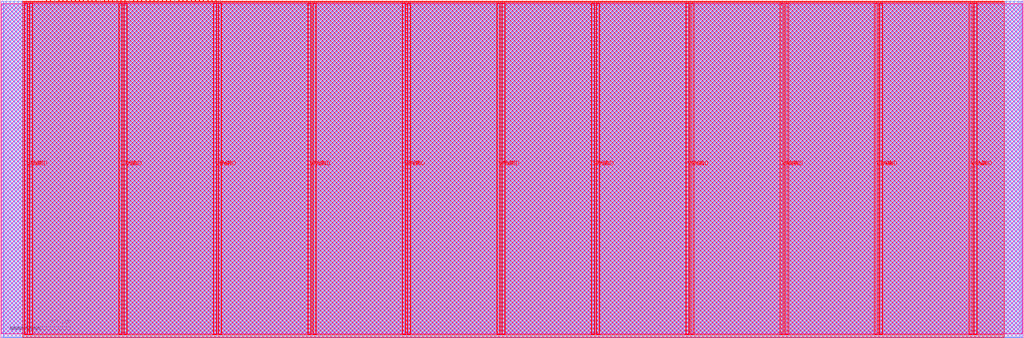
<source format=lef>
VERSION 5.7 ;
  NOWIREEXTENSIONATPIN ON ;
  DIVIDERCHAR "/" ;
  BUSBITCHARS "[]" ;
MACRO tt_um_sha256_processor_dvirdc
  CLASS BLOCK ;
  FOREIGN tt_um_sha256_processor_dvirdc ;
  ORIGIN 0.000 0.000 ;
  SIZE 682.640 BY 225.760 ;
  PIN VGND
    DIRECTION INOUT ;
    USE GROUND ;
    PORT
      LAYER met4 ;
        RECT 19.740 2.480 21.340 223.280 ;
    END
    PORT
      LAYER met4 ;
        RECT 82.740 2.480 84.340 223.280 ;
    END
    PORT
      LAYER met4 ;
        RECT 145.740 2.480 147.340 223.280 ;
    END
    PORT
      LAYER met4 ;
        RECT 208.740 2.480 210.340 223.280 ;
    END
    PORT
      LAYER met4 ;
        RECT 271.740 2.480 273.340 223.280 ;
    END
    PORT
      LAYER met4 ;
        RECT 334.740 2.480 336.340 223.280 ;
    END
    PORT
      LAYER met4 ;
        RECT 397.740 2.480 399.340 223.280 ;
    END
    PORT
      LAYER met4 ;
        RECT 460.740 2.480 462.340 223.280 ;
    END
    PORT
      LAYER met4 ;
        RECT 523.740 2.480 525.340 223.280 ;
    END
    PORT
      LAYER met4 ;
        RECT 586.740 2.480 588.340 223.280 ;
    END
    PORT
      LAYER met4 ;
        RECT 649.740 2.480 651.340 223.280 ;
    END
  END VGND
  PIN VPWR
    DIRECTION INOUT ;
    USE POWER ;
    PORT
      LAYER met4 ;
        RECT 16.440 2.480 18.040 223.280 ;
    END
    PORT
      LAYER met4 ;
        RECT 79.440 2.480 81.040 223.280 ;
    END
    PORT
      LAYER met4 ;
        RECT 142.440 2.480 144.040 223.280 ;
    END
    PORT
      LAYER met4 ;
        RECT 205.440 2.480 207.040 223.280 ;
    END
    PORT
      LAYER met4 ;
        RECT 268.440 2.480 270.040 223.280 ;
    END
    PORT
      LAYER met4 ;
        RECT 331.440 2.480 333.040 223.280 ;
    END
    PORT
      LAYER met4 ;
        RECT 394.440 2.480 396.040 223.280 ;
    END
    PORT
      LAYER met4 ;
        RECT 457.440 2.480 459.040 223.280 ;
    END
    PORT
      LAYER met4 ;
        RECT 520.440 2.480 522.040 223.280 ;
    END
    PORT
      LAYER met4 ;
        RECT 583.440 2.480 585.040 223.280 ;
    END
    PORT
      LAYER met4 ;
        RECT 646.440 2.480 648.040 223.280 ;
    END
  END VPWR
  PIN clk
    DIRECTION INPUT ;
    USE SIGNAL ;
    ANTENNAGATEAREA 0.852000 ;
    PORT
      LAYER met4 ;
        RECT 143.830 224.760 144.130 225.760 ;
    END
  END clk
  PIN ena
    DIRECTION INPUT ;
    USE SIGNAL ;
    PORT
      LAYER met4 ;
        RECT 146.590 224.760 146.890 225.760 ;
    END
  END ena
  PIN rst_n
    DIRECTION INPUT ;
    USE SIGNAL ;
    ANTENNAGATEAREA 0.126000 ;
    PORT
      LAYER met4 ;
        RECT 141.070 224.760 141.370 225.760 ;
    END
  END rst_n
  PIN ui_in[0]
    DIRECTION INPUT ;
    USE SIGNAL ;
    ANTENNAGATEAREA 0.126000 ;
    PORT
      LAYER met4 ;
        RECT 138.310 224.760 138.610 225.760 ;
    END
  END ui_in[0]
  PIN ui_in[1]
    DIRECTION INPUT ;
    USE SIGNAL ;
    ANTENNAGATEAREA 0.126000 ;
    PORT
      LAYER met4 ;
        RECT 135.550 224.760 135.850 225.760 ;
    END
  END ui_in[1]
  PIN ui_in[2]
    DIRECTION INPUT ;
    USE SIGNAL ;
    ANTENNAGATEAREA 0.126000 ;
    PORT
      LAYER met4 ;
        RECT 132.790 224.760 133.090 225.760 ;
    END
  END ui_in[2]
  PIN ui_in[3]
    DIRECTION INPUT ;
    USE SIGNAL ;
    ANTENNAGATEAREA 0.126000 ;
    PORT
      LAYER met4 ;
        RECT 130.030 224.760 130.330 225.760 ;
    END
  END ui_in[3]
  PIN ui_in[4]
    DIRECTION INPUT ;
    USE SIGNAL ;
    ANTENNAGATEAREA 0.126000 ;
    PORT
      LAYER met4 ;
        RECT 127.270 224.760 127.570 225.760 ;
    END
  END ui_in[4]
  PIN ui_in[5]
    DIRECTION INPUT ;
    USE SIGNAL ;
    ANTENNAGATEAREA 0.126000 ;
    PORT
      LAYER met4 ;
        RECT 124.510 224.760 124.810 225.760 ;
    END
  END ui_in[5]
  PIN ui_in[6]
    DIRECTION INPUT ;
    USE SIGNAL ;
    ANTENNAGATEAREA 0.126000 ;
    PORT
      LAYER met4 ;
        RECT 121.750 224.760 122.050 225.760 ;
    END
  END ui_in[6]
  PIN ui_in[7]
    DIRECTION INPUT ;
    USE SIGNAL ;
    ANTENNAGATEAREA 0.126000 ;
    PORT
      LAYER met4 ;
        RECT 118.990 224.760 119.290 225.760 ;
    END
  END ui_in[7]
  PIN uio_in[0]
    DIRECTION INPUT ;
    USE SIGNAL ;
    ANTENNAGATEAREA 0.126000 ;
    PORT
      LAYER met4 ;
        RECT 116.230 224.760 116.530 225.760 ;
    END
  END uio_in[0]
  PIN uio_in[1]
    DIRECTION INPUT ;
    USE SIGNAL ;
    ANTENNAGATEAREA 0.126000 ;
    PORT
      LAYER met4 ;
        RECT 113.470 224.760 113.770 225.760 ;
    END
  END uio_in[1]
  PIN uio_in[2]
    DIRECTION INPUT ;
    USE SIGNAL ;
    PORT
      LAYER met4 ;
        RECT 110.710 224.760 111.010 225.760 ;
    END
  END uio_in[2]
  PIN uio_in[3]
    DIRECTION INPUT ;
    USE SIGNAL ;
    PORT
      LAYER met4 ;
        RECT 107.950 224.760 108.250 225.760 ;
    END
  END uio_in[3]
  PIN uio_in[4]
    DIRECTION INPUT ;
    USE SIGNAL ;
    PORT
      LAYER met4 ;
        RECT 105.190 224.760 105.490 225.760 ;
    END
  END uio_in[4]
  PIN uio_in[5]
    DIRECTION INPUT ;
    USE SIGNAL ;
    PORT
      LAYER met4 ;
        RECT 102.430 224.760 102.730 225.760 ;
    END
  END uio_in[5]
  PIN uio_in[6]
    DIRECTION INPUT ;
    USE SIGNAL ;
    PORT
      LAYER met4 ;
        RECT 99.670 224.760 99.970 225.760 ;
    END
  END uio_in[6]
  PIN uio_in[7]
    DIRECTION INPUT ;
    USE SIGNAL ;
    PORT
      LAYER met4 ;
        RECT 96.910 224.760 97.210 225.760 ;
    END
  END uio_in[7]
  PIN uio_oe[0]
    DIRECTION OUTPUT ;
    USE SIGNAL ;
    PORT
      LAYER met4 ;
        RECT 49.990 224.760 50.290 225.760 ;
    END
  END uio_oe[0]
  PIN uio_oe[1]
    DIRECTION OUTPUT ;
    USE SIGNAL ;
    PORT
      LAYER met4 ;
        RECT 47.230 224.760 47.530 225.760 ;
    END
  END uio_oe[1]
  PIN uio_oe[2]
    DIRECTION OUTPUT ;
    USE SIGNAL ;
    PORT
      LAYER met4 ;
        RECT 44.470 224.760 44.770 225.760 ;
    END
  END uio_oe[2]
  PIN uio_oe[3]
    DIRECTION OUTPUT ;
    USE SIGNAL ;
    PORT
      LAYER met4 ;
        RECT 41.710 224.760 42.010 225.760 ;
    END
  END uio_oe[3]
  PIN uio_oe[4]
    DIRECTION OUTPUT ;
    USE SIGNAL ;
    PORT
      LAYER met4 ;
        RECT 38.950 224.760 39.250 225.760 ;
    END
  END uio_oe[4]
  PIN uio_oe[5]
    DIRECTION OUTPUT ;
    USE SIGNAL ;
    PORT
      LAYER met4 ;
        RECT 36.190 224.760 36.490 225.760 ;
    END
  END uio_oe[5]
  PIN uio_oe[6]
    DIRECTION OUTPUT ;
    USE SIGNAL ;
    PORT
      LAYER met4 ;
        RECT 33.430 224.760 33.730 225.760 ;
    END
  END uio_oe[6]
  PIN uio_oe[7]
    DIRECTION OUTPUT ;
    USE SIGNAL ;
    PORT
      LAYER met4 ;
        RECT 30.670 224.760 30.970 225.760 ;
    END
  END uio_oe[7]
  PIN uio_out[0]
    DIRECTION OUTPUT ;
    USE SIGNAL ;
    PORT
      LAYER met4 ;
        RECT 72.070 224.760 72.370 225.760 ;
    END
  END uio_out[0]
  PIN uio_out[1]
    DIRECTION OUTPUT ;
    USE SIGNAL ;
    PORT
      LAYER met4 ;
        RECT 69.310 224.760 69.610 225.760 ;
    END
  END uio_out[1]
  PIN uio_out[2]
    DIRECTION OUTPUT ;
    USE SIGNAL ;
    ANTENNADIFFAREA 0.340600 ;
    PORT
      LAYER met4 ;
        RECT 66.550 224.760 66.850 225.760 ;
    END
  END uio_out[2]
  PIN uio_out[3]
    DIRECTION OUTPUT ;
    USE SIGNAL ;
    ANTENNADIFFAREA 0.340600 ;
    PORT
      LAYER met4 ;
        RECT 63.790 224.760 64.090 225.760 ;
    END
  END uio_out[3]
  PIN uio_out[4]
    DIRECTION OUTPUT ;
    USE SIGNAL ;
    ANTENNADIFFAREA 0.340600 ;
    PORT
      LAYER met4 ;
        RECT 61.030 224.760 61.330 225.760 ;
    END
  END uio_out[4]
  PIN uio_out[5]
    DIRECTION OUTPUT ;
    USE SIGNAL ;
    PORT
      LAYER met4 ;
        RECT 58.270 224.760 58.570 225.760 ;
    END
  END uio_out[5]
  PIN uio_out[6]
    DIRECTION OUTPUT ;
    USE SIGNAL ;
    PORT
      LAYER met4 ;
        RECT 55.510 224.760 55.810 225.760 ;
    END
  END uio_out[6]
  PIN uio_out[7]
    DIRECTION OUTPUT ;
    USE SIGNAL ;
    PORT
      LAYER met4 ;
        RECT 52.750 224.760 53.050 225.760 ;
    END
  END uio_out[7]
  PIN uo_out[0]
    DIRECTION OUTPUT ;
    USE SIGNAL ;
    ANTENNAGATEAREA 0.247500 ;
    ANTENNADIFFAREA 0.429000 ;
    PORT
      LAYER met4 ;
        RECT 94.150 224.760 94.450 225.760 ;
    END
  END uo_out[0]
  PIN uo_out[1]
    DIRECTION OUTPUT ;
    USE SIGNAL ;
    ANTENNAGATEAREA 0.247500 ;
    ANTENNADIFFAREA 0.429000 ;
    PORT
      LAYER met4 ;
        RECT 91.390 224.760 91.690 225.760 ;
    END
  END uo_out[1]
  PIN uo_out[2]
    DIRECTION OUTPUT ;
    USE SIGNAL ;
    ANTENNAGATEAREA 0.247500 ;
    ANTENNADIFFAREA 0.429000 ;
    PORT
      LAYER met4 ;
        RECT 88.630 224.760 88.930 225.760 ;
    END
  END uo_out[2]
  PIN uo_out[3]
    DIRECTION OUTPUT ;
    USE SIGNAL ;
    ANTENNAGATEAREA 0.247500 ;
    ANTENNADIFFAREA 0.429000 ;
    PORT
      LAYER met4 ;
        RECT 85.870 224.760 86.170 225.760 ;
    END
  END uo_out[3]
  PIN uo_out[4]
    DIRECTION OUTPUT ;
    USE SIGNAL ;
    ANTENNAGATEAREA 0.247500 ;
    ANTENNADIFFAREA 0.429000 ;
    PORT
      LAYER met4 ;
        RECT 83.110 224.760 83.410 225.760 ;
    END
  END uo_out[4]
  PIN uo_out[5]
    DIRECTION OUTPUT ;
    USE SIGNAL ;
    ANTENNAGATEAREA 0.247500 ;
    ANTENNADIFFAREA 0.429000 ;
    PORT
      LAYER met4 ;
        RECT 80.350 224.760 80.650 225.760 ;
    END
  END uo_out[5]
  PIN uo_out[6]
    DIRECTION OUTPUT ;
    USE SIGNAL ;
    ANTENNAGATEAREA 0.247500 ;
    ANTENNADIFFAREA 0.429000 ;
    PORT
      LAYER met4 ;
        RECT 77.590 224.760 77.890 225.760 ;
    END
  END uo_out[6]
  PIN uo_out[7]
    DIRECTION OUTPUT ;
    USE SIGNAL ;
    ANTENNAGATEAREA 0.247500 ;
    ANTENNADIFFAREA 0.429000 ;
    PORT
      LAYER met4 ;
        RECT 74.830 224.760 75.130 225.760 ;
    END
  END uo_out[7]
  OBS
      LAYER nwell ;
        RECT 0.730 2.635 681.910 223.230 ;
      LAYER li1 ;
        RECT 0.920 2.635 681.720 223.125 ;
      LAYER met1 ;
        RECT 0.620 0.040 682.020 224.700 ;
      LAYER met2 ;
        RECT 1.940 0.010 681.160 224.925 ;
      LAYER met3 ;
        RECT 2.365 0.175 680.275 224.905 ;
      LAYER met4 ;
        RECT 15.015 224.360 30.270 224.905 ;
        RECT 31.370 224.360 33.030 224.905 ;
        RECT 34.130 224.360 35.790 224.905 ;
        RECT 36.890 224.360 38.550 224.905 ;
        RECT 39.650 224.360 41.310 224.905 ;
        RECT 42.410 224.360 44.070 224.905 ;
        RECT 45.170 224.360 46.830 224.905 ;
        RECT 47.930 224.360 49.590 224.905 ;
        RECT 50.690 224.360 52.350 224.905 ;
        RECT 53.450 224.360 55.110 224.905 ;
        RECT 56.210 224.360 57.870 224.905 ;
        RECT 58.970 224.360 60.630 224.905 ;
        RECT 61.730 224.360 63.390 224.905 ;
        RECT 64.490 224.360 66.150 224.905 ;
        RECT 67.250 224.360 68.910 224.905 ;
        RECT 70.010 224.360 71.670 224.905 ;
        RECT 72.770 224.360 74.430 224.905 ;
        RECT 75.530 224.360 77.190 224.905 ;
        RECT 78.290 224.360 79.950 224.905 ;
        RECT 81.050 224.360 82.710 224.905 ;
        RECT 83.810 224.360 85.470 224.905 ;
        RECT 86.570 224.360 88.230 224.905 ;
        RECT 89.330 224.360 90.990 224.905 ;
        RECT 92.090 224.360 93.750 224.905 ;
        RECT 94.850 224.360 96.510 224.905 ;
        RECT 97.610 224.360 99.270 224.905 ;
        RECT 100.370 224.360 102.030 224.905 ;
        RECT 103.130 224.360 104.790 224.905 ;
        RECT 105.890 224.360 107.550 224.905 ;
        RECT 108.650 224.360 110.310 224.905 ;
        RECT 111.410 224.360 113.070 224.905 ;
        RECT 114.170 224.360 115.830 224.905 ;
        RECT 116.930 224.360 118.590 224.905 ;
        RECT 119.690 224.360 121.350 224.905 ;
        RECT 122.450 224.360 124.110 224.905 ;
        RECT 125.210 224.360 126.870 224.905 ;
        RECT 127.970 224.360 129.630 224.905 ;
        RECT 130.730 224.360 132.390 224.905 ;
        RECT 133.490 224.360 135.150 224.905 ;
        RECT 136.250 224.360 137.910 224.905 ;
        RECT 139.010 224.360 140.670 224.905 ;
        RECT 141.770 224.360 143.430 224.905 ;
        RECT 144.530 224.360 146.190 224.905 ;
        RECT 147.290 224.360 669.465 224.905 ;
        RECT 15.015 223.680 669.465 224.360 ;
        RECT 15.015 2.080 16.040 223.680 ;
        RECT 18.440 2.080 19.340 223.680 ;
        RECT 21.740 2.080 79.040 223.680 ;
        RECT 81.440 2.080 82.340 223.680 ;
        RECT 84.740 2.080 142.040 223.680 ;
        RECT 144.440 2.080 145.340 223.680 ;
        RECT 147.740 2.080 205.040 223.680 ;
        RECT 207.440 2.080 208.340 223.680 ;
        RECT 210.740 2.080 268.040 223.680 ;
        RECT 270.440 2.080 271.340 223.680 ;
        RECT 273.740 2.080 331.040 223.680 ;
        RECT 333.440 2.080 334.340 223.680 ;
        RECT 336.740 2.080 394.040 223.680 ;
        RECT 396.440 2.080 397.340 223.680 ;
        RECT 399.740 2.080 457.040 223.680 ;
        RECT 459.440 2.080 460.340 223.680 ;
        RECT 462.740 2.080 520.040 223.680 ;
        RECT 522.440 2.080 523.340 223.680 ;
        RECT 525.740 2.080 583.040 223.680 ;
        RECT 585.440 2.080 586.340 223.680 ;
        RECT 588.740 2.080 646.040 223.680 ;
        RECT 648.440 2.080 649.340 223.680 ;
        RECT 651.740 2.080 669.465 223.680 ;
        RECT 15.015 0.175 669.465 2.080 ;
  END
END tt_um_sha256_processor_dvirdc
END LIBRARY


</source>
